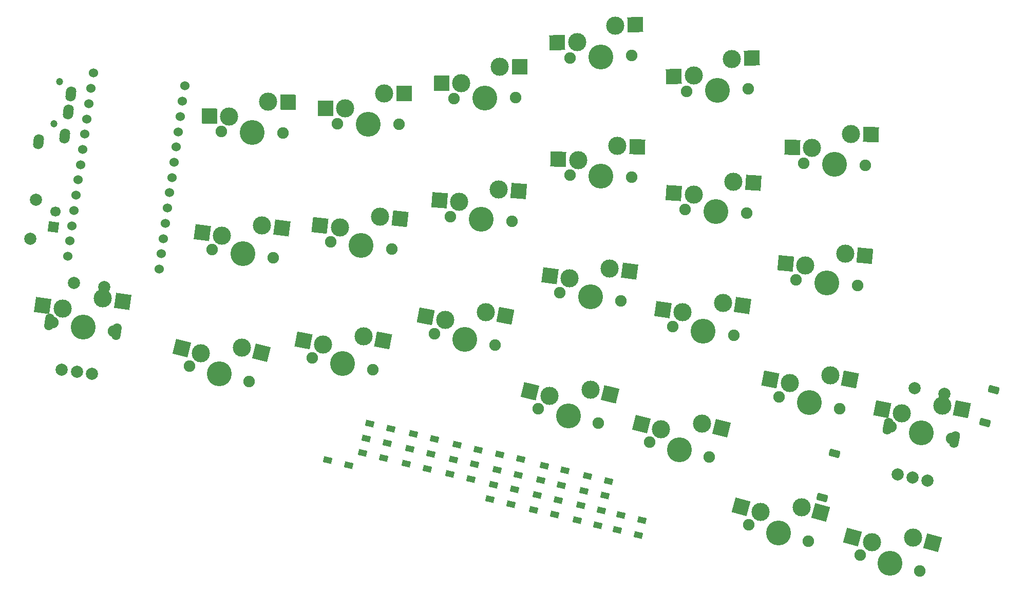
<source format=gbr>
%TF.GenerationSoftware,KiCad,Pcbnew,(6.0.5)*%
%TF.CreationDate,2022-07-31T14:46:34+09:00*%
%TF.ProjectId,ergotonic_f24-pcb-left,6572676f-746f-46e6-9963-5f6632342d70,rev?*%
%TF.SameCoordinates,Original*%
%TF.FileFunction,Soldermask,Bot*%
%TF.FilePolarity,Negative*%
%FSLAX46Y46*%
G04 Gerber Fmt 4.6, Leading zero omitted, Abs format (unit mm)*
G04 Created by KiCad (PCBNEW (6.0.5)) date 2022-07-31 14:46:34*
%MOMM*%
%LPD*%
G01*
G04 APERTURE LIST*
G04 Aperture macros list*
%AMRoundRect*
0 Rectangle with rounded corners*
0 $1 Rounding radius*
0 $2 $3 $4 $5 $6 $7 $8 $9 X,Y pos of 4 corners*
0 Add a 4 corners polygon primitive as box body*
4,1,4,$2,$3,$4,$5,$6,$7,$8,$9,$2,$3,0*
0 Add four circle primitives for the rounded corners*
1,1,$1+$1,$2,$3*
1,1,$1+$1,$4,$5*
1,1,$1+$1,$6,$7*
1,1,$1+$1,$8,$9*
0 Add four rect primitives between the rounded corners*
20,1,$1+$1,$2,$3,$4,$5,0*
20,1,$1+$1,$4,$5,$6,$7,0*
20,1,$1+$1,$6,$7,$8,$9,0*
20,1,$1+$1,$8,$9,$2,$3,0*%
%AMHorizOval*
0 Thick line with rounded ends*
0 $1 width*
0 $2 $3 position (X,Y) of the first rounded end (center of the circle)*
0 $4 $5 position (X,Y) of the second rounded end (center of the circle)*
0 Add line between two ends*
20,1,$1,$2,$3,$4,$5,0*
0 Add two circle primitives to create the rounded ends*
1,1,$1,$2,$3*
1,1,$1,$4,$5*%
%AMRotRect*
0 Rectangle, with rotation*
0 The origin of the aperture is its center*
0 $1 length*
0 $2 width*
0 $3 Rotation angle, in degrees counterclockwise*
0 Add horizontal line*
21,1,$1,$2,0,0,$3*%
G04 Aperture macros list end*
%ADD10C,1.524000*%
%ADD11C,3.000000*%
%ADD12C,1.900000*%
%ADD13C,4.100000*%
%ADD14RotRect,2.550000X2.500000X176.380000*%
%ADD15RotRect,2.550000X2.500000X179.710000*%
%ADD16RotRect,2.550000X2.500000X175.420000*%
%ADD17RotRect,2.550000X2.500000X172.380000*%
%ADD18RotRect,2.550000X2.500000X166.530000*%
%ADD19RotRect,2.550000X2.500000X177.980000*%
%ADD20RotRect,2.550000X2.500000X181.060000*%
%ADD21C,1.200000*%
%ADD22HorizOval,1.700000X-0.055669X-0.396107X0.055669X0.396107X0*%
%ADD23RotRect,2.550000X2.500000X172.430000*%
%ADD24RotRect,2.550000X2.500000X169.150000*%
%ADD25RotRect,2.550000X2.500000X165.610000*%
%ADD26C,2.000000*%
%ADD27HorizOval,1.500000X0.090463X0.643674X-0.090463X-0.643674X0*%
%ADD28RotRect,2.550000X2.500000X178.880000*%
%ADD29RotRect,2.550000X2.500000X173.450000*%
%ADD30RotRect,2.550000X2.500000X172.000000*%
%ADD31RotRect,2.550000X2.500000X174.570000*%
%ADD32RotRect,2.550000X2.500000X182.050000*%
%ADD33RotRect,2.550000X2.500000X169.340000*%
%ADD34RoundRect,0.249600X-0.536485X0.507921X-0.719283X-0.168618X0.536485X-0.507921X0.719283X0.168618X0*%
%ADD35RotRect,2.550000X2.500000X168.870000*%
%ADD36RotRect,2.550000X2.500000X166.000000*%
%ADD37RotRect,1.700000X1.700000X172.000000*%
%ADD38HorizOval,1.700000X0.000000X0.000000X0.000000X0.000000X0*%
%ADD39RotRect,2.550000X2.500000X164.890000*%
%ADD40RotRect,2.550000X2.500000X181.980000*%
%ADD41RotRect,2.550000X2.500000X168.920000*%
%ADD42HorizOval,1.500000X0.125473X0.637775X-0.125473X-0.637775X0*%
%ADD43RotRect,2.550000X2.500000X164.880000*%
%ADD44RotRect,2.550000X2.500000X171.490000*%
%ADD45RotRect,1.400000X1.000000X166.500000*%
G04 APERTURE END LIST*
D10*
%TO.C,U1*%
X-138312279Y-23206283D03*
X-138665778Y-25721563D03*
X-139019278Y-28236844D03*
X-139372778Y-30752125D03*
X-139726278Y-33267406D03*
X-140079777Y-35782687D03*
X-140433277Y-38297968D03*
X-140786777Y-40813249D03*
X-141140276Y-43328530D03*
X-141493776Y-45843811D03*
X-141847276Y-48359092D03*
X-142200775Y-50874372D03*
X-157272655Y-48756158D03*
X-156919156Y-46240877D03*
X-156565656Y-43725596D03*
X-156212156Y-41210315D03*
X-155858657Y-38695034D03*
X-155505157Y-36179753D03*
X-155151657Y-33664472D03*
X-154798158Y-31149192D03*
X-154444658Y-28633911D03*
X-154091158Y-26118630D03*
X-153737658Y-23603349D03*
X-153384159Y-21088068D03*
X-153030659Y-18572787D03*
X-137958779Y-20691002D03*
%TD*%
D11*
%TO.C,SW16*%
X-54029025Y-38575509D03*
D12*
X-55456864Y-41030254D03*
X-45317136Y-41671746D03*
D13*
X-50387000Y-41351000D03*
D11*
X-47531322Y-36441509D03*
D14*
X-57297491Y-38368729D03*
X-44235911Y-36649993D03*
%TD*%
D11*
%TO.C,SW5*%
X-105114320Y-21891921D03*
X-111477095Y-24399748D03*
D13*
X-107680000Y-26959000D03*
D12*
X-102600065Y-26984712D03*
X-112759935Y-26933288D03*
D15*
X-114752053Y-24383172D03*
X-101812363Y-21908634D03*
%TD*%
D13*
%TO.C,SW9*%
X-89099000Y-42625000D03*
D12*
X-94162779Y-42219357D03*
X-84035221Y-43030643D03*
D11*
X-92694012Y-39788878D03*
X-86161468Y-37764043D03*
D16*
X-95958555Y-39527367D03*
X-82870012Y-38027711D03*
%TD*%
D12*
%TO.C,SW13*%
X-76100140Y-54786380D03*
X-66029860Y-56133620D03*
D11*
X-74504545Y-52437215D03*
D13*
X-71065000Y-55460000D03*
D11*
X-67873810Y-50761670D03*
D17*
X-77750625Y-52002942D03*
X-64600969Y-51199523D03*
%TD*%
D12*
%TO.C,SW14*%
X-69782741Y-76303316D03*
D11*
X-71069554Y-70771398D03*
D13*
X-74723000Y-75120000D03*
D12*
X-79663259Y-73936684D03*
D11*
X-77836537Y-71762383D03*
D18*
X-81021448Y-70999517D03*
X-67858386Y-71540554D03*
%TD*%
D13*
%TO.C,SW19*%
X-30814000Y-33577000D03*
D12*
X-35890843Y-33397938D03*
D11*
X-34532102Y-30904282D03*
X-28096517Y-28589688D03*
D12*
X-25737157Y-33756062D03*
D19*
X-37805066Y-30788844D03*
X-24796569Y-28706078D03*
%TD*%
D11*
%TO.C,SW8*%
X-86037412Y-17544881D03*
D13*
X-88483000Y-22671000D03*
D11*
X-92339337Y-20201918D03*
D12*
X-93562131Y-22764977D03*
X-83403869Y-22577023D03*
D20*
X-95613776Y-20262503D03*
X-82735977Y-17483796D03*
%TD*%
D21*
%TO.C,TRRS1*%
X-159545971Y-26881279D03*
X-158571760Y-19949402D03*
D22*
X-162084806Y-29856900D03*
X-156742708Y-22024148D03*
X-157160228Y-24994952D03*
X-157716920Y-28956025D03*
%TD*%
D11*
%TO.C,SW2*%
X-125199911Y-43652887D03*
D12*
X-133422726Y-47684774D03*
D13*
X-128387000Y-48354000D03*
D12*
X-123351274Y-49023226D03*
D11*
X-131829182Y-45334218D03*
D23*
X-135075639Y-44902778D03*
X-121926689Y-44087884D03*
%TD*%
D11*
%TO.C,SW7*%
X-115192764Y-63281217D03*
X-108478155Y-61981938D03*
D12*
X-106939813Y-67449250D03*
X-116918187Y-65536748D03*
D13*
X-111929000Y-66492999D03*
D24*
X-118409218Y-62664736D03*
X-105235184Y-62603501D03*
%TD*%
D13*
%TO.C,SW3*%
X-132235000Y-68138000D03*
D12*
X-127314377Y-69400486D03*
X-137155623Y-66875514D03*
D11*
X-128512203Y-63848620D03*
X-135294224Y-64730824D03*
D25*
X-138466476Y-63916918D03*
X-125313798Y-64669236D03*
%TD*%
D26*
%TO.C,RE1*%
X-158218468Y-67489078D03*
X-153267128Y-68184943D03*
X-155742798Y-67837011D03*
D27*
X-149153499Y-61189369D03*
X-160244501Y-59630631D03*
D26*
X-151249118Y-53826056D03*
X-156200458Y-53130191D03*
%TD*%
D13*
%TO.C,SW1*%
X-126864000Y-28321000D03*
D11*
X-130623624Y-25707013D03*
X-124225189Y-23291618D03*
D12*
X-121784971Y-28420296D03*
X-131943029Y-28221704D03*
D28*
X-133897998Y-25642999D03*
X-120923820Y-23356161D03*
%TD*%
D12*
%TO.C,SW6*%
X-113927841Y-46399523D03*
D13*
X-108881000Y-46979000D03*
D12*
X-103834159Y-47558477D03*
D11*
X-105778103Y-42221897D03*
X-112376393Y-44020972D03*
D29*
X-115630016Y-43647392D03*
X-102497656Y-42598557D03*
%TD*%
D11*
%TO.C,SW4*%
X-158118422Y-57364470D03*
X-151476720Y-55732938D03*
D12*
X-159729562Y-59703001D03*
D13*
X-154699000Y-60410000D03*
D12*
X-149668438Y-61116999D03*
D30*
X-161361550Y-56908678D03*
X-148206855Y-56192487D03*
%TD*%
D11*
%TO.C,SW20*%
X-29078680Y-48328155D03*
D12*
X-37145204Y-52664282D03*
D11*
X-35640544Y-50255859D03*
D12*
X-27030796Y-53625718D03*
D13*
X-32088000Y-53145000D03*
D31*
X-38900847Y-49945948D03*
X-25791497Y-48640622D03*
%TD*%
D11*
%TO.C,SW15*%
X-47760345Y-16208391D03*
D12*
X-45040251Y-21194280D03*
X-55193749Y-21557720D03*
D11*
X-54015421Y-18973915D03*
D13*
X-50117000Y-21376000D03*
D32*
X-57288325Y-19091068D03*
X-44460459Y-16090273D03*
%TD*%
D13*
%TO.C,SW10*%
X-91759000Y-62481000D03*
D11*
X-95033397Y-59280059D03*
D12*
X-86766670Y-63420701D03*
X-96751330Y-61541299D03*
D11*
X-88323134Y-57958520D03*
D33*
X-98251878Y-58674247D03*
X-85078119Y-58569326D03*
%TD*%
D11*
%TO.C,SW12*%
X-66670517Y-30586688D03*
D12*
X-64311157Y-35753062D03*
D11*
X-73106102Y-32901282D03*
D12*
X-74464843Y-35394938D03*
D13*
X-69388000Y-35574000D03*
D19*
X-76379066Y-32785844D03*
X-63370569Y-30703078D03*
%TD*%
D34*
%TO.C,J3*%
X-30850344Y-81248560D03*
X-32832740Y-88585460D03*
%TD*%
D12*
%TO.C,SW23*%
X-11538546Y-78855622D03*
D13*
X-16523000Y-77875000D03*
D12*
X-21507454Y-76894378D03*
D11*
X-13050151Y-73380857D03*
X-19771030Y-74647307D03*
D35*
X-22984433Y-74015115D03*
X-9810256Y-74018261D03*
%TD*%
D12*
%TO.C,SW18*%
X-51443898Y-81868963D03*
D13*
X-56373000Y-80640000D03*
D11*
X-52679486Y-76325379D03*
D12*
X-61302102Y-79411037D03*
D11*
X-59455345Y-77253726D03*
D36*
X-62633064Y-76461432D03*
X-49475569Y-77124205D03*
%TD*%
D37*
%TO.C,BAT1*%
X-159600000Y-43900000D03*
D38*
X-159246500Y-41384719D03*
%TD*%
D12*
%TO.C,SW24*%
X-16746630Y-100690219D03*
D13*
X-21651000Y-99366000D03*
D12*
X-26555370Y-98041781D03*
D11*
X-17874596Y-95123740D03*
X-24667168Y-95920651D03*
D39*
X-27828942Y-95066947D03*
X-14686756Y-95984482D03*
%TD*%
D12*
%TO.C,SW11*%
X-74457967Y-16045517D03*
D13*
X-69381000Y-15870000D03*
D11*
X-67018034Y-10705274D03*
X-73276484Y-13463154D03*
D12*
X-64304033Y-15694483D03*
D40*
X-76549529Y-13576308D03*
X-63718005Y-10591188D03*
%TD*%
D34*
%TO.C,J1*%
X-4563186Y-70792941D03*
X-6023898Y-76199078D03*
%TD*%
D13*
%TO.C,SW21*%
X-34956000Y-72904000D03*
D12*
X-39941308Y-71927729D03*
X-29970692Y-73880271D03*
D11*
X-31487075Y-68406828D03*
X-38206845Y-69679143D03*
D41*
X-41420799Y-69049755D03*
X-28246625Y-69041404D03*
%TD*%
D26*
%TO.C,SW_RESET1*%
X-162485687Y-39408629D03*
X-163390313Y-45845371D03*
%TD*%
%TO.C,RE2*%
X-20423747Y-84751349D03*
X-15517789Y-85716527D03*
X-17970768Y-85233938D03*
D42*
X-11028326Y-78956000D03*
X-22017674Y-76794000D03*
D26*
X-12718770Y-71489247D03*
X-17624729Y-70524069D03*
%TD*%
D13*
%TO.C,SW22*%
X-40041000Y-94399000D03*
D11*
X-43056567Y-90953124D03*
X-36263856Y-90157399D03*
D12*
X-35136861Y-95724075D03*
X-44945139Y-93073925D03*
D43*
X-46218191Y-90098869D03*
X-33076166Y-91018697D03*
%TD*%
D12*
%TO.C,SW17*%
X-47457931Y-61834749D03*
D11*
X-55874178Y-58007154D03*
D13*
X-52482000Y-61083000D03*
D12*
X-57506069Y-60331251D03*
D11*
X-49218217Y-56434805D03*
D44*
X-59113120Y-57522513D03*
X-45952571Y-56923442D03*
%TD*%
D45*
%TO.C,D14*%
X-84178043Y-89662366D03*
X-87629957Y-88833634D03*
%TD*%
%TO.C,D24*%
X-63189043Y-94713366D03*
X-66640957Y-93884634D03*
%TD*%
%TO.C,D5*%
X-96783043Y-78922366D03*
X-100234957Y-78093634D03*
%TD*%
%TO.C,D4*%
X-110933043Y-83190366D03*
X-114384957Y-82361634D03*
%TD*%
%TO.C,D10*%
X-90772043Y-85508366D03*
X-94223957Y-84679634D03*
%TD*%
%TO.C,D23*%
X-62606042Y-92282366D03*
X-66057956Y-91453634D03*
%TD*%
%TO.C,D18*%
X-77000043Y-91385366D03*
X-80451957Y-90556634D03*
%TD*%
%TO.C,D13*%
X-83594043Y-87231366D03*
X-87045957Y-86402634D03*
%TD*%
%TO.C,D1*%
X-104018043Y-77186366D03*
X-107469957Y-76357634D03*
%TD*%
%TO.C,D20*%
X-68654043Y-88247366D03*
X-72105957Y-87418634D03*
%TD*%
%TO.C,D8*%
X-89605043Y-80646366D03*
X-93056957Y-79817634D03*
%TD*%
%TO.C,D17*%
X-76416043Y-88954366D03*
X-79867957Y-88125634D03*
%TD*%
%TO.C,D2*%
X-104602043Y-79617366D03*
X-108053957Y-78788634D03*
%TD*%
%TO.C,D22*%
X-69821043Y-93109366D03*
X-73272957Y-92280634D03*
%TD*%
%TO.C,D16*%
X-75832043Y-86523366D03*
X-79283957Y-85694634D03*
%TD*%
%TO.C,D21*%
X-69238043Y-90678366D03*
X-72689957Y-89849634D03*
%TD*%
%TO.C,D3*%
X-105185043Y-82048366D03*
X-108636957Y-81219634D03*
%TD*%
%TO.C,D9*%
X-90189043Y-83077366D03*
X-93640957Y-82248634D03*
%TD*%
%TO.C,D11*%
X-82547043Y-82244366D03*
X-85998957Y-81415634D03*
%TD*%
%TO.C,D12*%
X-83011043Y-84800366D03*
X-86462957Y-83971634D03*
%TD*%
%TO.C,D19*%
X-68071043Y-85816366D03*
X-71522957Y-84987634D03*
%TD*%
%TO.C,D15*%
X-75249043Y-84092366D03*
X-78700957Y-83263634D03*
%TD*%
%TO.C,D6*%
X-97367043Y-81353366D03*
X-100818957Y-80524634D03*
%TD*%
%TO.C,D7*%
X-97951043Y-83784366D03*
X-101402957Y-82955634D03*
%TD*%
M02*

</source>
